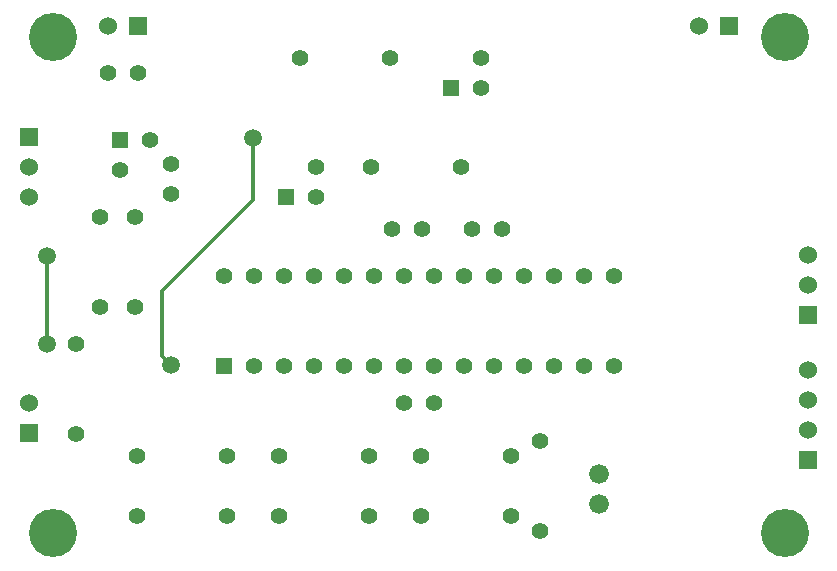
<source format=gtl>
G04 (created by PCBNEW (2013-may-18)-stable) date sob, 8 lis 2014, 01:31:07*
%MOIN*%
G04 Gerber Fmt 3.4, Leading zero omitted, Abs format*
%FSLAX34Y34*%
G01*
G70*
G90*
G04 APERTURE LIST*
%ADD10C,0.00393701*%
%ADD11R,0.055X0.055*%
%ADD12C,0.055*%
%ADD13R,0.06X0.06*%
%ADD14C,0.06*%
%ADD15C,0.066*%
%ADD16C,0.16*%
%ADD17C,0.0590551*%
%ADD18C,0.011811*%
G04 APERTURE END LIST*
G54D10*
G54D11*
X92019Y-50204D03*
G54D12*
X93019Y-50204D03*
X93019Y-49204D03*
G54D11*
X97531Y-46562D03*
G54D12*
X98531Y-46562D03*
X98531Y-45562D03*
X99531Y-58842D03*
X99531Y-60842D03*
X96531Y-58842D03*
X96531Y-60842D03*
X94807Y-58842D03*
X94807Y-60842D03*
X91807Y-58842D03*
X91807Y-60842D03*
X90082Y-58842D03*
X90082Y-60842D03*
X87082Y-58842D03*
X87082Y-60842D03*
X87007Y-50862D03*
X87007Y-53862D03*
X94858Y-49212D03*
X97858Y-49212D03*
X100492Y-61342D03*
X100492Y-58342D03*
X92496Y-45570D03*
X95496Y-45570D03*
X85826Y-50862D03*
X85826Y-53862D03*
X85039Y-55094D03*
X85039Y-58094D03*
X88188Y-50106D03*
X88188Y-49106D03*
X95956Y-57086D03*
X96956Y-57086D03*
X87114Y-46062D03*
X86114Y-46062D03*
X96562Y-51279D03*
X95562Y-51279D03*
X98220Y-51279D03*
X99220Y-51279D03*
G54D13*
X109448Y-58980D03*
G54D14*
X109448Y-57980D03*
X109448Y-56980D03*
X109448Y-55980D03*
G54D13*
X83464Y-48212D03*
G54D14*
X83464Y-49212D03*
X83464Y-50212D03*
G54D13*
X109448Y-54149D03*
G54D14*
X109448Y-53149D03*
X109448Y-52149D03*
G54D13*
X87114Y-44488D03*
G54D14*
X86114Y-44488D03*
G54D13*
X106799Y-44488D03*
G54D14*
X105799Y-44488D03*
G54D13*
X83464Y-58078D03*
G54D14*
X83464Y-57078D03*
G54D12*
X87507Y-48318D03*
G54D11*
X86507Y-48318D03*
G54D12*
X86507Y-49318D03*
G54D15*
X102460Y-59440D03*
X102460Y-60440D03*
G54D12*
X90956Y-55830D03*
X91956Y-55830D03*
X92956Y-55830D03*
X93956Y-55830D03*
X94956Y-55830D03*
X95956Y-55830D03*
X96956Y-55830D03*
X97956Y-55830D03*
X98956Y-55830D03*
X99956Y-55830D03*
X100956Y-55830D03*
X101956Y-55830D03*
X102956Y-55830D03*
G54D11*
X89956Y-55830D03*
G54D12*
X102956Y-52830D03*
X101956Y-52830D03*
X100956Y-52830D03*
X99956Y-52830D03*
X98956Y-52830D03*
X97956Y-52830D03*
X96956Y-52830D03*
X95956Y-52830D03*
X94956Y-52830D03*
X93956Y-52830D03*
X92956Y-52830D03*
X91956Y-52830D03*
X90956Y-52830D03*
X89956Y-52830D03*
G54D16*
X84251Y-44881D03*
X108661Y-44881D03*
X108661Y-61417D03*
X84251Y-61417D03*
G54D17*
X90944Y-48228D03*
X88188Y-55807D03*
X84055Y-52165D03*
X84055Y-55118D03*
G54D18*
X90944Y-50295D02*
X90944Y-48228D01*
X87893Y-53346D02*
X90944Y-50295D01*
X87893Y-55511D02*
X87893Y-53346D01*
X88188Y-55807D02*
X87893Y-55511D01*
X84055Y-55118D02*
X84055Y-52165D01*
M02*

</source>
